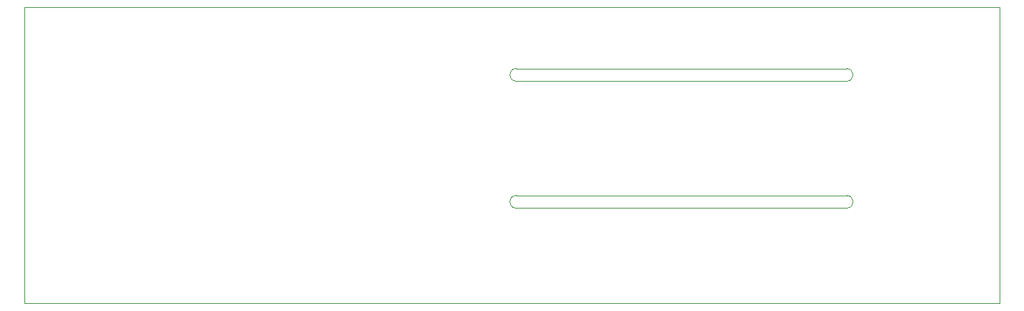
<source format=gm1>
G04 #@! TF.GenerationSoftware,KiCad,Pcbnew,(5.1.5-0-10_14)*
G04 #@! TF.CreationDate,2020-08-25T00:06:46+09:00*
G04 #@! TF.ProjectId,FPGA-X68k-ProCaseLED,46504741-2d58-4363-986b-2d50726f4361,rev?*
G04 #@! TF.SameCoordinates,Original*
G04 #@! TF.FileFunction,Profile,NP*
%FSLAX46Y46*%
G04 Gerber Fmt 4.6, Leading zero omitted, Abs format (unit mm)*
G04 Created by KiCad (PCBNEW (5.1.5-0-10_14)) date 2020-08-25 00:06:46*
%MOMM*%
%LPD*%
G04 APERTURE LIST*
%ADD10C,0.050000*%
G04 APERTURE END LIST*
D10*
X107500000Y-99250000D02*
G75*
G02X107500000Y-97750000I0J750000D01*
G01*
X107500000Y-114250000D02*
G75*
G02X107500000Y-112750000I0J750000D01*
G01*
X146500000Y-112750000D02*
X107500000Y-112750000D01*
X146500000Y-114250000D02*
X107500000Y-114250000D01*
X146500000Y-112750000D02*
G75*
G02X146500000Y-114250000I0J-750000D01*
G01*
X146500000Y-97750000D02*
G75*
G02X146500000Y-99250000I0J-750000D01*
G01*
X146500000Y-99250000D02*
X107500000Y-99250000D01*
X146500000Y-97750000D02*
X107500000Y-97750000D01*
X164500000Y-90500000D02*
X49500000Y-90500000D01*
X164500000Y-125500000D02*
X164500000Y-90500000D01*
X49500000Y-125500000D02*
X164500000Y-125500000D01*
X49500000Y-90500000D02*
X49500000Y-125500000D01*
M02*

</source>
